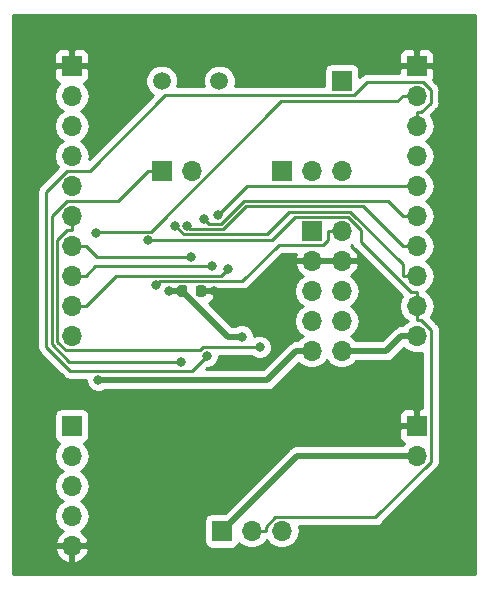
<source format=gbr>
G04 #@! TF.GenerationSoftware,KiCad,Pcbnew,(5.0.1-3-g963ef8bb5)*
G04 #@! TF.CreationDate,2019-11-01T03:39:26+09:00*
G04 #@! TF.ProjectId,DDAC8S,4444414338532E6B696361645F706362,rev?*
G04 #@! TF.SameCoordinates,Original*
G04 #@! TF.FileFunction,Copper,L2,Bot,Signal*
G04 #@! TF.FilePolarity,Positive*
%FSLAX46Y46*%
G04 Gerber Fmt 4.6, Leading zero omitted, Abs format (unit mm)*
G04 Created by KiCad (PCBNEW (5.0.1-3-g963ef8bb5)) date 2019 November 01, Friday 03:39:26*
%MOMM*%
%LPD*%
G01*
G04 APERTURE LIST*
G04 #@! TA.AperFunction,Conductor*
%ADD10C,0.100000*%
G04 #@! TD*
G04 #@! TA.AperFunction,SMDPad,CuDef*
%ADD11C,0.875000*%
G04 #@! TD*
G04 #@! TA.AperFunction,ComponentPad*
%ADD12R,1.700000X1.700000*%
G04 #@! TD*
G04 #@! TA.AperFunction,ComponentPad*
%ADD13O,1.700000X1.700000*%
G04 #@! TD*
G04 #@! TA.AperFunction,ComponentPad*
%ADD14C,1.500000*%
G04 #@! TD*
G04 #@! TA.AperFunction,ViaPad*
%ADD15C,0.800000*%
G04 #@! TD*
G04 #@! TA.AperFunction,Conductor*
%ADD16C,0.500000*%
G04 #@! TD*
G04 #@! TA.AperFunction,Conductor*
%ADD17C,0.250000*%
G04 #@! TD*
G04 #@! TA.AperFunction,Conductor*
%ADD18C,0.254000*%
G04 #@! TD*
G04 APERTURE END LIST*
D10*
G04 #@! TO.N,+3V3*
G04 #@! TO.C,C1*
G36*
X162012691Y-110016053D02*
X162033926Y-110019203D01*
X162054750Y-110024419D01*
X162074962Y-110031651D01*
X162094368Y-110040830D01*
X162112781Y-110051866D01*
X162130024Y-110064654D01*
X162145930Y-110079070D01*
X162160346Y-110094976D01*
X162173134Y-110112219D01*
X162184170Y-110130632D01*
X162193349Y-110150038D01*
X162200581Y-110170250D01*
X162205797Y-110191074D01*
X162208947Y-110212309D01*
X162210000Y-110233750D01*
X162210000Y-110746250D01*
X162208947Y-110767691D01*
X162205797Y-110788926D01*
X162200581Y-110809750D01*
X162193349Y-110829962D01*
X162184170Y-110849368D01*
X162173134Y-110867781D01*
X162160346Y-110885024D01*
X162145930Y-110900930D01*
X162130024Y-110915346D01*
X162112781Y-110928134D01*
X162094368Y-110939170D01*
X162074962Y-110948349D01*
X162054750Y-110955581D01*
X162033926Y-110960797D01*
X162012691Y-110963947D01*
X161991250Y-110965000D01*
X161553750Y-110965000D01*
X161532309Y-110963947D01*
X161511074Y-110960797D01*
X161490250Y-110955581D01*
X161470038Y-110948349D01*
X161450632Y-110939170D01*
X161432219Y-110928134D01*
X161414976Y-110915346D01*
X161399070Y-110900930D01*
X161384654Y-110885024D01*
X161371866Y-110867781D01*
X161360830Y-110849368D01*
X161351651Y-110829962D01*
X161344419Y-110809750D01*
X161339203Y-110788926D01*
X161336053Y-110767691D01*
X161335000Y-110746250D01*
X161335000Y-110233750D01*
X161336053Y-110212309D01*
X161339203Y-110191074D01*
X161344419Y-110170250D01*
X161351651Y-110150038D01*
X161360830Y-110130632D01*
X161371866Y-110112219D01*
X161384654Y-110094976D01*
X161399070Y-110079070D01*
X161414976Y-110064654D01*
X161432219Y-110051866D01*
X161450632Y-110040830D01*
X161470038Y-110031651D01*
X161490250Y-110024419D01*
X161511074Y-110019203D01*
X161532309Y-110016053D01*
X161553750Y-110015000D01*
X161991250Y-110015000D01*
X162012691Y-110016053D01*
X162012691Y-110016053D01*
G37*
D11*
G04 #@! TD*
G04 #@! TO.P,C1,1*
G04 #@! TO.N,+3V3*
X161772500Y-110490000D03*
D10*
G04 #@! TO.N,GND*
G04 #@! TO.C,C1*
G36*
X163587691Y-110016053D02*
X163608926Y-110019203D01*
X163629750Y-110024419D01*
X163649962Y-110031651D01*
X163669368Y-110040830D01*
X163687781Y-110051866D01*
X163705024Y-110064654D01*
X163720930Y-110079070D01*
X163735346Y-110094976D01*
X163748134Y-110112219D01*
X163759170Y-110130632D01*
X163768349Y-110150038D01*
X163775581Y-110170250D01*
X163780797Y-110191074D01*
X163783947Y-110212309D01*
X163785000Y-110233750D01*
X163785000Y-110746250D01*
X163783947Y-110767691D01*
X163780797Y-110788926D01*
X163775581Y-110809750D01*
X163768349Y-110829962D01*
X163759170Y-110849368D01*
X163748134Y-110867781D01*
X163735346Y-110885024D01*
X163720930Y-110900930D01*
X163705024Y-110915346D01*
X163687781Y-110928134D01*
X163669368Y-110939170D01*
X163649962Y-110948349D01*
X163629750Y-110955581D01*
X163608926Y-110960797D01*
X163587691Y-110963947D01*
X163566250Y-110965000D01*
X163128750Y-110965000D01*
X163107309Y-110963947D01*
X163086074Y-110960797D01*
X163065250Y-110955581D01*
X163045038Y-110948349D01*
X163025632Y-110939170D01*
X163007219Y-110928134D01*
X162989976Y-110915346D01*
X162974070Y-110900930D01*
X162959654Y-110885024D01*
X162946866Y-110867781D01*
X162935830Y-110849368D01*
X162926651Y-110829962D01*
X162919419Y-110809750D01*
X162914203Y-110788926D01*
X162911053Y-110767691D01*
X162910000Y-110746250D01*
X162910000Y-110233750D01*
X162911053Y-110212309D01*
X162914203Y-110191074D01*
X162919419Y-110170250D01*
X162926651Y-110150038D01*
X162935830Y-110130632D01*
X162946866Y-110112219D01*
X162959654Y-110094976D01*
X162974070Y-110079070D01*
X162989976Y-110064654D01*
X163007219Y-110051866D01*
X163025632Y-110040830D01*
X163045038Y-110031651D01*
X163065250Y-110024419D01*
X163086074Y-110019203D01*
X163107309Y-110016053D01*
X163128750Y-110015000D01*
X163566250Y-110015000D01*
X163587691Y-110016053D01*
X163587691Y-110016053D01*
G37*
D11*
G04 #@! TD*
G04 #@! TO.P,C1,2*
G04 #@! TO.N,GND*
X163347500Y-110490000D03*
D12*
G04 #@! TO.P,J2,1*
G04 #@! TO.N,/SWDIO*
X172720000Y-105410000D03*
D13*
G04 #@! TO.P,J2,2*
G04 #@! TO.N,/~RST*
X175260000Y-105410000D03*
G04 #@! TO.P,J2,3*
G04 #@! TO.N,GND*
X172720000Y-107950000D03*
G04 #@! TO.P,J2,4*
X175260000Y-107950000D03*
G04 #@! TO.P,J2,5*
G04 #@! TO.N,/SWCLK*
X172720000Y-110490000D03*
G04 #@! TO.P,J2,6*
G04 #@! TO.N,N/C*
X175260000Y-110490000D03*
G04 #@! TO.P,J2,7*
X172720000Y-113030000D03*
G04 #@! TO.P,J2,8*
X175260000Y-113030000D03*
G04 #@! TO.P,J2,9*
G04 #@! TO.N,+5V*
X172720000Y-115570000D03*
G04 #@! TO.P,J2,10*
X175260000Y-115570000D03*
G04 #@! TD*
D12*
G04 #@! TO.P,J3,1*
G04 #@! TO.N,GND*
X152400000Y-91440000D03*
D13*
G04 #@! TO.P,J3,2*
G04 #@! TO.N,/PA0*
X152400000Y-93980000D03*
G04 #@! TO.P,J3,3*
G04 #@! TO.N,/PA1*
X152400000Y-96520000D03*
G04 #@! TO.P,J3,4*
G04 #@! TO.N,/PA2*
X152400000Y-99060000D03*
G04 #@! TO.P,J3,5*
G04 #@! TO.N,/PA3*
X152400000Y-101600000D03*
G04 #@! TO.P,J3,6*
G04 #@! TO.N,/PA9*
X152400000Y-104140000D03*
G04 #@! TO.P,J3,7*
G04 #@! TO.N,/PA10*
X152400000Y-106680000D03*
G04 #@! TO.P,J3,8*
G04 #@! TO.N,/PA11*
X152400000Y-109220000D03*
G04 #@! TO.P,J3,9*
G04 #@! TO.N,/PA12*
X152400000Y-111760000D03*
G04 #@! TO.P,J3,10*
G04 #@! TO.N,+5V*
X152400000Y-114300000D03*
G04 #@! TD*
G04 #@! TO.P,J4,10*
G04 #@! TO.N,+5V*
X181610000Y-114300000D03*
G04 #@! TO.P,J4,9*
G04 #@! TO.N,/PB8*
X181610000Y-111760000D03*
G04 #@! TO.P,J4,8*
G04 #@! TO.N,/PB7*
X181610000Y-109220000D03*
G04 #@! TO.P,J4,7*
G04 #@! TO.N,/PB6*
X181610000Y-106680000D03*
G04 #@! TO.P,J4,6*
G04 #@! TO.N,/PB5*
X181610000Y-104140000D03*
G04 #@! TO.P,J4,5*
G04 #@! TO.N,/PB4*
X181610000Y-101600000D03*
G04 #@! TO.P,J4,4*
G04 #@! TO.N,/PB3*
X181610000Y-99060000D03*
G04 #@! TO.P,J4,3*
G04 #@! TO.N,/PB1*
X181610000Y-96520000D03*
G04 #@! TO.P,J4,2*
G04 #@! TO.N,/PB0*
X181610000Y-93980000D03*
D12*
G04 #@! TO.P,J4,1*
G04 #@! TO.N,GND*
X181610000Y-91440000D03*
G04 #@! TD*
G04 #@! TO.P,J5,1*
G04 #@! TO.N,GND*
X181610000Y-121920000D03*
D13*
G04 #@! TO.P,J5,2*
G04 #@! TO.N,+5V*
X181610000Y-124460000D03*
G04 #@! TD*
D12*
G04 #@! TO.P,J6,1*
G04 #@! TO.N,+5V*
X165100000Y-130810000D03*
D13*
G04 #@! TO.P,J6,2*
G04 #@! TO.N,/PB8*
X167640000Y-130810000D03*
G04 #@! TO.P,J6,3*
G04 #@! TO.N,N/C*
X170180000Y-130810000D03*
G04 #@! TD*
D12*
G04 #@! TO.P,J7,1*
G04 #@! TO.N,/WS*
X152400000Y-121920000D03*
D13*
G04 #@! TO.P,J7,2*
G04 #@! TO.N,/CK*
X152400000Y-124460000D03*
G04 #@! TO.P,J7,3*
G04 #@! TO.N,/MC0*
X152400000Y-127000000D03*
G04 #@! TO.P,J7,4*
G04 #@! TO.N,/SD*
X152400000Y-129540000D03*
G04 #@! TO.P,J7,5*
G04 #@! TO.N,GND*
X152400000Y-132080000D03*
G04 #@! TD*
D12*
G04 #@! TO.P,J8,1*
G04 #@! TO.N,/EXT_CLK*
X175260000Y-92710000D03*
G04 #@! TD*
D13*
G04 #@! TO.P,J9,3*
G04 #@! TO.N,/EXT_CLK*
X175260000Y-100330000D03*
G04 #@! TO.P,J9,2*
G04 #@! TO.N,/PF0*
X172720000Y-100330000D03*
D12*
G04 #@! TO.P,J9,1*
G04 #@! TO.N,/OSC*
X170180000Y-100330000D03*
G04 #@! TD*
D13*
G04 #@! TO.P,J10,2*
G04 #@! TO.N,/PA15*
X162560000Y-100330000D03*
D12*
G04 #@! TO.P,J10,1*
G04 #@! TO.N,/MCK*
X160020000Y-100330000D03*
G04 #@! TD*
D14*
G04 #@! TO.P,Y1,1*
G04 #@! TO.N,/PF1*
X160020000Y-92710000D03*
G04 #@! TO.P,Y1,2*
G04 #@! TO.N,/OSC*
X164900000Y-92710000D03*
G04 #@! TD*
D15*
G04 #@! TO.N,+3V3*
X160655000Y-110490000D03*
X166810000Y-114365000D03*
G04 #@! TO.N,GND*
X164465000Y-110490000D03*
G04 #@! TO.N,+5V*
X154667200Y-118007800D03*
G04 #@! TO.N,/~RST*
X159520000Y-109991000D03*
G04 #@! TO.N,/PA9*
X168327000Y-115244000D03*
G04 #@! TO.N,/PA10*
X162498000Y-107627000D03*
G04 #@! TO.N,/PA11*
X164303000Y-108413000D03*
G04 #@! TO.N,/PA12*
X165602000Y-108662000D03*
G04 #@! TO.N,/PB8*
X158826000Y-106217000D03*
G04 #@! TO.N,/PB7*
X161170000Y-104981000D03*
G04 #@! TO.N,/PB6*
X162186000Y-104962000D03*
G04 #@! TO.N,/PB5*
X163610000Y-104402000D03*
G04 #@! TO.N,/PB4*
X164764000Y-104063000D03*
G04 #@! TO.N,/PB1*
X163841000Y-115958000D03*
G04 #@! TO.N,/PB0*
X154470000Y-105555000D03*
G04 #@! TO.N,/MCK*
X161690000Y-116482000D03*
G04 #@! TD*
D16*
G04 #@! TO.N,+3V3*
X161772300Y-110490200D02*
X165648000Y-114365000D01*
X165648000Y-114365000D02*
X166810000Y-114365000D01*
X160655000Y-110490000D02*
X161772000Y-110490000D01*
X161772000Y-110490000D02*
X161772300Y-110490200D01*
X161772500Y-110490000D02*
X161772300Y-110490200D01*
G04 #@! TO.N,GND*
X163348000Y-110490000D02*
X163347500Y-110490000D01*
X163348000Y-110490000D02*
X164465000Y-110490000D01*
X175260000Y-107950000D02*
X172720000Y-107950000D01*
X172720000Y-107950000D02*
X171420000Y-107950000D01*
X171420000Y-107950000D02*
X168880000Y-110490000D01*
X168880000Y-110490000D02*
X164465000Y-110490000D01*
X152400000Y-132080000D02*
X153700000Y-132080000D01*
X153700000Y-132080000D02*
X163860000Y-121920000D01*
X163860000Y-121920000D02*
X181610000Y-121920000D01*
G04 #@! TO.N,+5V*
X172720000Y-115570000D02*
X171419700Y-115570000D01*
X171419700Y-115570000D02*
X168981900Y-118007800D01*
X168981900Y-118007800D02*
X154667200Y-118007800D01*
X175260000Y-115570000D02*
X179040000Y-115570000D01*
X179040000Y-115570000D02*
X180310000Y-114300000D01*
X165100000Y-130810000D02*
X171450000Y-124460000D01*
X171450000Y-124460000D02*
X181610000Y-124460000D01*
X181610000Y-114300000D02*
X180310000Y-114300000D01*
D17*
G04 #@! TO.N,/~RST*
X175260000Y-105410000D02*
X174085000Y-105410000D01*
X174085000Y-105410000D02*
X174085000Y-106218000D01*
X174085000Y-106218000D02*
X173718000Y-106585000D01*
X173718000Y-106585000D02*
X169915000Y-106585000D01*
X169915000Y-106585000D02*
X166855000Y-109645000D01*
X166855000Y-109645000D02*
X159865000Y-109645000D01*
X159865000Y-109645000D02*
X159520000Y-109991000D01*
G04 #@! TO.N,/PA9*
X152400000Y-104140000D02*
X152400000Y-105315000D01*
X152400000Y-105315000D02*
X152033000Y-105315000D01*
X152033000Y-105315000D02*
X151190000Y-106158000D01*
X151190000Y-106158000D02*
X151190000Y-114788000D01*
X151190000Y-114788000D02*
X151903000Y-115501000D01*
X151903000Y-115501000D02*
X163272000Y-115501000D01*
X163272000Y-115501000D02*
X163541000Y-115232000D01*
X163541000Y-115232000D02*
X168315000Y-115232000D01*
X168315000Y-115232000D02*
X168327000Y-115244000D01*
G04 #@! TO.N,/PA10*
X162498000Y-107627000D02*
X154523000Y-107627000D01*
X154523000Y-107627000D02*
X153575000Y-106680000D01*
X153575000Y-106680000D02*
X152400000Y-106680000D01*
G04 #@! TO.N,/PA11*
X164303000Y-108413000D02*
X154382000Y-108413000D01*
X154382000Y-108413000D02*
X153575000Y-109220000D01*
X153575000Y-109220000D02*
X152400000Y-109220000D01*
G04 #@! TO.N,/PA12*
X152400000Y-111760000D02*
X153575000Y-111760000D01*
X153575000Y-111760000D02*
X156141000Y-109195000D01*
X156141000Y-109195000D02*
X165070000Y-109195000D01*
X165070000Y-109195000D02*
X165602000Y-108662000D01*
G04 #@! TO.N,/PB8*
X167640000Y-130810000D02*
X168815000Y-130810000D01*
X168815000Y-130810000D02*
X168815000Y-130443000D01*
X168815000Y-130443000D02*
X169623000Y-129635000D01*
X169623000Y-129635000D02*
X178105000Y-129635000D01*
X178105000Y-129635000D02*
X182806000Y-124934000D01*
X182806000Y-124934000D02*
X182806000Y-113764000D01*
X182806000Y-113764000D02*
X181977000Y-112935000D01*
X181977000Y-112935000D02*
X181610000Y-112935000D01*
X181610000Y-112935000D02*
X181610000Y-111760000D01*
X181610000Y-111760000D02*
X181610000Y-110585000D01*
X181610000Y-110585000D02*
X181096000Y-110585000D01*
X181096000Y-110585000D02*
X176883000Y-106372000D01*
X176883000Y-106372000D02*
X176883000Y-105301000D01*
X176883000Y-105301000D02*
X175804000Y-104222000D01*
X175804000Y-104222000D02*
X171334000Y-104222000D01*
X171334000Y-104222000D02*
X169340000Y-106217000D01*
X169340000Y-106217000D02*
X158826000Y-106217000D01*
G04 #@! TO.N,/PB7*
X181610000Y-109220000D02*
X180435000Y-109220000D01*
X180435000Y-109220000D02*
X180435000Y-108216000D01*
X180435000Y-108216000D02*
X175991000Y-103772000D01*
X175991000Y-103772000D02*
X170829000Y-103772000D01*
X170829000Y-103772000D02*
X168913000Y-105689000D01*
X168913000Y-105689000D02*
X161877000Y-105689000D01*
X161877000Y-105689000D02*
X161170000Y-104981000D01*
G04 #@! TO.N,/PB6*
X181610000Y-106680000D02*
X180435000Y-106680000D01*
X180435000Y-106680000D02*
X177076000Y-103322000D01*
X177076000Y-103322000D02*
X167168000Y-103322000D01*
X167168000Y-103322000D02*
X165252000Y-105238000D01*
X165252000Y-105238000D02*
X162462000Y-105238000D01*
X162462000Y-105238000D02*
X162186000Y-104962000D01*
G04 #@! TO.N,/PB5*
X181610000Y-104140000D02*
X180435000Y-104140000D01*
X180435000Y-104140000D02*
X179166000Y-102871000D01*
X179166000Y-102871000D02*
X166982000Y-102871000D01*
X166982000Y-102871000D02*
X165065000Y-104788000D01*
X165065000Y-104788000D02*
X163995000Y-104788000D01*
X163995000Y-104788000D02*
X163610000Y-104402000D01*
G04 #@! TO.N,/PB4*
X164764000Y-104063000D02*
X167227000Y-101600000D01*
X167227000Y-101600000D02*
X181610000Y-101600000D01*
G04 #@! TO.N,/PB1*
X163841000Y-115958000D02*
X162552000Y-117246000D01*
X162552000Y-117246000D02*
X152267000Y-117246000D01*
X152267000Y-117246000D02*
X150236000Y-115215000D01*
X150236000Y-115215000D02*
X150236000Y-102077000D01*
X150236000Y-102077000D02*
X151983000Y-100330000D01*
X151983000Y-100330000D02*
X153921000Y-100330000D01*
X153921000Y-100330000D02*
X160327000Y-93923700D01*
X160327000Y-93923700D02*
X176266000Y-93923700D01*
X176266000Y-93923700D02*
X177386000Y-92804600D01*
X177386000Y-92804600D02*
X182121000Y-92804600D01*
X182121000Y-92804600D02*
X182785000Y-93468700D01*
X182785000Y-93468700D02*
X182785000Y-94536800D01*
X182785000Y-94536800D02*
X181977000Y-95344700D01*
X181977000Y-95344700D02*
X181610000Y-95344700D01*
X181610000Y-95344700D02*
X181610000Y-96520000D01*
G04 #@! TO.N,/PB0*
X181610000Y-93980000D02*
X180435000Y-93980000D01*
X180435000Y-93980000D02*
X179984000Y-94430300D01*
X179984000Y-94430300D02*
X170166000Y-94430300D01*
X170166000Y-94430300D02*
X159105000Y-105492000D01*
X159105000Y-105492000D02*
X154534000Y-105492000D01*
X154534000Y-105492000D02*
X154470000Y-105555000D01*
G04 #@! TO.N,/MCK*
X160020000Y-100330000D02*
X158845000Y-100330000D01*
X158845000Y-100330000D02*
X156305000Y-102870000D01*
X156305000Y-102870000D02*
X151983000Y-102870000D01*
X151983000Y-102870000D02*
X150712000Y-104141000D01*
X150712000Y-104141000D02*
X150712000Y-115015000D01*
X150712000Y-115015000D02*
X152178000Y-116482000D01*
X152178000Y-116482000D02*
X161690000Y-116482000D01*
G04 #@! TD*
D18*
G04 #@! TO.N,GND*
G36*
X186563000Y-134493000D02*
X147447000Y-134493000D01*
X147447000Y-132436890D01*
X150958524Y-132436890D01*
X151128355Y-132846924D01*
X151518642Y-133275183D01*
X152043108Y-133521486D01*
X152273000Y-133400819D01*
X152273000Y-132207000D01*
X152527000Y-132207000D01*
X152527000Y-133400819D01*
X152756892Y-133521486D01*
X153281358Y-133275183D01*
X153671645Y-132846924D01*
X153841476Y-132436890D01*
X153720155Y-132207000D01*
X152527000Y-132207000D01*
X152273000Y-132207000D01*
X151079845Y-132207000D01*
X150958524Y-132436890D01*
X147447000Y-132436890D01*
X147447000Y-124460000D01*
X150885908Y-124460000D01*
X151001161Y-125039418D01*
X151329375Y-125530625D01*
X151627761Y-125730000D01*
X151329375Y-125929375D01*
X151001161Y-126420582D01*
X150885908Y-127000000D01*
X151001161Y-127579418D01*
X151329375Y-128070625D01*
X151627761Y-128270000D01*
X151329375Y-128469375D01*
X151001161Y-128960582D01*
X150885908Y-129540000D01*
X151001161Y-130119418D01*
X151329375Y-130610625D01*
X151648478Y-130823843D01*
X151518642Y-130884817D01*
X151128355Y-131313076D01*
X150958524Y-131723110D01*
X151079845Y-131953000D01*
X152273000Y-131953000D01*
X152273000Y-131933000D01*
X152527000Y-131933000D01*
X152527000Y-131953000D01*
X153720155Y-131953000D01*
X153841476Y-131723110D01*
X153671645Y-131313076D01*
X153281358Y-130884817D01*
X153151522Y-130823843D01*
X153470625Y-130610625D01*
X153798839Y-130119418D01*
X153914092Y-129540000D01*
X153798839Y-128960582D01*
X153470625Y-128469375D01*
X153172239Y-128270000D01*
X153470625Y-128070625D01*
X153798839Y-127579418D01*
X153914092Y-127000000D01*
X153798839Y-126420582D01*
X153470625Y-125929375D01*
X153172239Y-125730000D01*
X153470625Y-125530625D01*
X153798839Y-125039418D01*
X153914092Y-124460000D01*
X153798839Y-123880582D01*
X153470625Y-123389375D01*
X153452381Y-123377184D01*
X153497765Y-123368157D01*
X153707809Y-123227809D01*
X153848157Y-123017765D01*
X153897440Y-122770000D01*
X153897440Y-121070000D01*
X153872316Y-120943690D01*
X180125000Y-120943690D01*
X180125000Y-121634250D01*
X180283750Y-121793000D01*
X181483000Y-121793000D01*
X181483000Y-120593750D01*
X181324250Y-120435000D01*
X180633691Y-120435000D01*
X180400302Y-120531673D01*
X180221673Y-120710301D01*
X180125000Y-120943690D01*
X153872316Y-120943690D01*
X153848157Y-120822235D01*
X153707809Y-120612191D01*
X153497765Y-120471843D01*
X153250000Y-120422560D01*
X151550000Y-120422560D01*
X151302235Y-120471843D01*
X151092191Y-120612191D01*
X150951843Y-120822235D01*
X150902560Y-121070000D01*
X150902560Y-122770000D01*
X150951843Y-123017765D01*
X151092191Y-123227809D01*
X151302235Y-123368157D01*
X151347619Y-123377184D01*
X151329375Y-123389375D01*
X151001161Y-123880582D01*
X150885908Y-124460000D01*
X147447000Y-124460000D01*
X147447000Y-102077000D01*
X149461112Y-102077000D01*
X149476001Y-102151852D01*
X149476000Y-115140153D01*
X149461112Y-115215000D01*
X149476000Y-115289847D01*
X149476000Y-115289851D01*
X149520096Y-115511536D01*
X149688071Y-115762929D01*
X149751530Y-115805331D01*
X151676671Y-117730473D01*
X151719071Y-117793929D01*
X151782527Y-117836329D01*
X151970462Y-117961904D01*
X152018605Y-117971480D01*
X152192148Y-118006000D01*
X152192152Y-118006000D01*
X152267000Y-118020888D01*
X152341848Y-118006000D01*
X153632200Y-118006000D01*
X153632200Y-118213674D01*
X153789769Y-118594080D01*
X154080920Y-118885231D01*
X154461326Y-119042800D01*
X154873074Y-119042800D01*
X155235207Y-118892800D01*
X168894739Y-118892800D01*
X168981900Y-118910137D01*
X169069061Y-118892800D01*
X169069065Y-118892800D01*
X169327210Y-118841452D01*
X169619949Y-118645849D01*
X169669325Y-118571953D01*
X171629860Y-116611419D01*
X171649375Y-116640625D01*
X172140582Y-116968839D01*
X172573744Y-117055000D01*
X172866256Y-117055000D01*
X173299418Y-116968839D01*
X173790625Y-116640625D01*
X173990000Y-116342239D01*
X174189375Y-116640625D01*
X174680582Y-116968839D01*
X175113744Y-117055000D01*
X175406256Y-117055000D01*
X175839418Y-116968839D01*
X176330625Y-116640625D01*
X176454656Y-116455000D01*
X178952839Y-116455000D01*
X179040000Y-116472337D01*
X179127161Y-116455000D01*
X179127165Y-116455000D01*
X179385310Y-116403652D01*
X179678049Y-116208049D01*
X179727425Y-116134153D01*
X180519980Y-115341599D01*
X180539375Y-115370625D01*
X181030582Y-115698839D01*
X181463744Y-115785000D01*
X181756256Y-115785000D01*
X182046001Y-115727366D01*
X182046000Y-120435000D01*
X181895750Y-120435000D01*
X181737000Y-120593750D01*
X181737000Y-121793000D01*
X181757000Y-121793000D01*
X181757000Y-122047000D01*
X181737000Y-122047000D01*
X181737000Y-122067000D01*
X181483000Y-122067000D01*
X181483000Y-122047000D01*
X180283750Y-122047000D01*
X180125000Y-122205750D01*
X180125000Y-122896310D01*
X180221673Y-123129699D01*
X180400302Y-123308327D01*
X180561033Y-123374904D01*
X180539375Y-123389375D01*
X180415344Y-123575000D01*
X171537159Y-123575000D01*
X171449999Y-123557663D01*
X171362839Y-123575000D01*
X171362835Y-123575000D01*
X171104690Y-123626348D01*
X171104688Y-123626349D01*
X171104689Y-123626349D01*
X170885845Y-123772576D01*
X170885844Y-123772577D01*
X170811951Y-123821951D01*
X170762577Y-123895844D01*
X165345862Y-129312560D01*
X164250000Y-129312560D01*
X164002235Y-129361843D01*
X163792191Y-129502191D01*
X163651843Y-129712235D01*
X163602560Y-129960000D01*
X163602560Y-131660000D01*
X163651843Y-131907765D01*
X163792191Y-132117809D01*
X164002235Y-132258157D01*
X164250000Y-132307440D01*
X165950000Y-132307440D01*
X166197765Y-132258157D01*
X166407809Y-132117809D01*
X166548157Y-131907765D01*
X166557184Y-131862381D01*
X166569375Y-131880625D01*
X167060582Y-132208839D01*
X167493744Y-132295000D01*
X167786256Y-132295000D01*
X168219418Y-132208839D01*
X168710625Y-131880625D01*
X168910000Y-131582239D01*
X169109375Y-131880625D01*
X169600582Y-132208839D01*
X170033744Y-132295000D01*
X170326256Y-132295000D01*
X170759418Y-132208839D01*
X171250625Y-131880625D01*
X171578839Y-131389418D01*
X171694092Y-130810000D01*
X171611544Y-130395000D01*
X178030153Y-130395000D01*
X178105000Y-130409888D01*
X178179847Y-130395000D01*
X178179852Y-130395000D01*
X178401537Y-130350904D01*
X178652929Y-130182929D01*
X178695331Y-130119470D01*
X183290473Y-125524329D01*
X183353929Y-125481929D01*
X183521904Y-125230537D01*
X183566000Y-125008852D01*
X183566000Y-125008847D01*
X183580888Y-124934000D01*
X183566000Y-124859153D01*
X183566000Y-113838846D01*
X183580888Y-113763999D01*
X183566000Y-113689152D01*
X183566000Y-113689148D01*
X183521904Y-113467463D01*
X183353929Y-113216071D01*
X183290473Y-113173671D01*
X182787491Y-112670689D01*
X183008839Y-112339418D01*
X183124092Y-111760000D01*
X183008839Y-111180582D01*
X182680625Y-110689375D01*
X182382239Y-110490000D01*
X182680625Y-110290625D01*
X183008839Y-109799418D01*
X183124092Y-109220000D01*
X183008839Y-108640582D01*
X182680625Y-108149375D01*
X182382239Y-107950000D01*
X182680625Y-107750625D01*
X183008839Y-107259418D01*
X183124092Y-106680000D01*
X183008839Y-106100582D01*
X182680625Y-105609375D01*
X182382239Y-105410000D01*
X182680625Y-105210625D01*
X183008839Y-104719418D01*
X183124092Y-104140000D01*
X183008839Y-103560582D01*
X182680625Y-103069375D01*
X182382239Y-102870000D01*
X182680625Y-102670625D01*
X183008839Y-102179418D01*
X183124092Y-101600000D01*
X183008839Y-101020582D01*
X182680625Y-100529375D01*
X182382239Y-100330000D01*
X182680625Y-100130625D01*
X183008839Y-99639418D01*
X183124092Y-99060000D01*
X183008839Y-98480582D01*
X182680625Y-97989375D01*
X182382239Y-97790000D01*
X182680625Y-97590625D01*
X183008839Y-97099418D01*
X183124092Y-96520000D01*
X183008839Y-95940582D01*
X182787384Y-95609151D01*
X183269454Y-95127142D01*
X183332929Y-95084729D01*
X183415863Y-94960610D01*
X183500885Y-94833382D01*
X183500890Y-94833358D01*
X183500904Y-94833337D01*
X183532813Y-94672920D01*
X183559888Y-94536848D01*
X183545000Y-94461976D01*
X183545000Y-93543576D01*
X183559888Y-93468758D01*
X183545000Y-93393881D01*
X183545000Y-93393848D01*
X183529050Y-93313662D01*
X183500926Y-93172216D01*
X183500910Y-93172192D01*
X183500904Y-93172163D01*
X183420766Y-93052228D01*
X183375366Y-92984271D01*
X183375343Y-92984248D01*
X183332929Y-92920771D01*
X183269500Y-92878389D01*
X183010781Y-92619632D01*
X183095000Y-92416310D01*
X183095000Y-91725750D01*
X182936250Y-91567000D01*
X181737000Y-91567000D01*
X181737000Y-91587000D01*
X181483000Y-91587000D01*
X181483000Y-91567000D01*
X180283750Y-91567000D01*
X180125000Y-91725750D01*
X180125000Y-92044600D01*
X177461001Y-92044600D01*
X177386311Y-92029712D01*
X177311305Y-92044600D01*
X177311148Y-92044600D01*
X177236871Y-92059375D01*
X177089750Y-92088577D01*
X177089618Y-92088665D01*
X177089463Y-92088696D01*
X176964718Y-92172048D01*
X176901764Y-92214076D01*
X176901653Y-92214187D01*
X176838071Y-92256671D01*
X176795758Y-92319997D01*
X176757440Y-92358284D01*
X176757440Y-91860000D01*
X176708157Y-91612235D01*
X176567809Y-91402191D01*
X176357765Y-91261843D01*
X176110000Y-91212560D01*
X174410000Y-91212560D01*
X174162235Y-91261843D01*
X173952191Y-91402191D01*
X173811843Y-91612235D01*
X173762560Y-91860000D01*
X173762560Y-93163700D01*
X166211185Y-93163700D01*
X166285000Y-92985494D01*
X166285000Y-92434506D01*
X166074147Y-91925460D01*
X165684540Y-91535853D01*
X165175494Y-91325000D01*
X164624506Y-91325000D01*
X164115460Y-91535853D01*
X163725853Y-91925460D01*
X163515000Y-92434506D01*
X163515000Y-92985494D01*
X163588815Y-93163700D01*
X161331185Y-93163700D01*
X161405000Y-92985494D01*
X161405000Y-92434506D01*
X161194147Y-91925460D01*
X160804540Y-91535853D01*
X160295494Y-91325000D01*
X159744506Y-91325000D01*
X159235460Y-91535853D01*
X158845853Y-91925460D01*
X158635000Y-92434506D01*
X158635000Y-92985494D01*
X158845853Y-93494540D01*
X159235460Y-93884147D01*
X159275281Y-93900641D01*
X153863914Y-99312263D01*
X153914092Y-99060000D01*
X153798839Y-98480582D01*
X153470625Y-97989375D01*
X153172239Y-97790000D01*
X153470625Y-97590625D01*
X153798839Y-97099418D01*
X153914092Y-96520000D01*
X153798839Y-95940582D01*
X153470625Y-95449375D01*
X153172239Y-95250000D01*
X153470625Y-95050625D01*
X153798839Y-94559418D01*
X153914092Y-93980000D01*
X153798839Y-93400582D01*
X153470625Y-92909375D01*
X153448967Y-92894904D01*
X153609698Y-92828327D01*
X153788327Y-92649699D01*
X153885000Y-92416310D01*
X153885000Y-91725750D01*
X153726250Y-91567000D01*
X152527000Y-91567000D01*
X152527000Y-91587000D01*
X152273000Y-91587000D01*
X152273000Y-91567000D01*
X151073750Y-91567000D01*
X150915000Y-91725750D01*
X150915000Y-92416310D01*
X151011673Y-92649699D01*
X151190302Y-92828327D01*
X151351033Y-92894904D01*
X151329375Y-92909375D01*
X151001161Y-93400582D01*
X150885908Y-93980000D01*
X151001161Y-94559418D01*
X151329375Y-95050625D01*
X151627761Y-95250000D01*
X151329375Y-95449375D01*
X151001161Y-95940582D01*
X150885908Y-96520000D01*
X151001161Y-97099418D01*
X151329375Y-97590625D01*
X151627761Y-97790000D01*
X151329375Y-97989375D01*
X151001161Y-98480582D01*
X150885908Y-99060000D01*
X151001161Y-99639418D01*
X151240534Y-99997664D01*
X149751528Y-101486671D01*
X149688072Y-101529071D01*
X149645672Y-101592527D01*
X149645671Y-101592528D01*
X149520097Y-101780463D01*
X149461112Y-102077000D01*
X147447000Y-102077000D01*
X147447000Y-90463690D01*
X150915000Y-90463690D01*
X150915000Y-91154250D01*
X151073750Y-91313000D01*
X152273000Y-91313000D01*
X152273000Y-90113750D01*
X152527000Y-90113750D01*
X152527000Y-91313000D01*
X153726250Y-91313000D01*
X153885000Y-91154250D01*
X153885000Y-90463690D01*
X180125000Y-90463690D01*
X180125000Y-91154250D01*
X180283750Y-91313000D01*
X181483000Y-91313000D01*
X181483000Y-90113750D01*
X181737000Y-90113750D01*
X181737000Y-91313000D01*
X182936250Y-91313000D01*
X183095000Y-91154250D01*
X183095000Y-90463690D01*
X182998327Y-90230301D01*
X182819698Y-90051673D01*
X182586309Y-89955000D01*
X181895750Y-89955000D01*
X181737000Y-90113750D01*
X181483000Y-90113750D01*
X181324250Y-89955000D01*
X180633691Y-89955000D01*
X180400302Y-90051673D01*
X180221673Y-90230301D01*
X180125000Y-90463690D01*
X153885000Y-90463690D01*
X153788327Y-90230301D01*
X153609698Y-90051673D01*
X153376309Y-89955000D01*
X152685750Y-89955000D01*
X152527000Y-90113750D01*
X152273000Y-90113750D01*
X152114250Y-89955000D01*
X151423691Y-89955000D01*
X151190302Y-90051673D01*
X151011673Y-90230301D01*
X150915000Y-90463690D01*
X147447000Y-90463690D01*
X147447000Y-87122000D01*
X186563000Y-87122000D01*
X186563000Y-134493000D01*
X186563000Y-134493000D01*
G37*
X186563000Y-134493000D02*
X147447000Y-134493000D01*
X147447000Y-132436890D01*
X150958524Y-132436890D01*
X151128355Y-132846924D01*
X151518642Y-133275183D01*
X152043108Y-133521486D01*
X152273000Y-133400819D01*
X152273000Y-132207000D01*
X152527000Y-132207000D01*
X152527000Y-133400819D01*
X152756892Y-133521486D01*
X153281358Y-133275183D01*
X153671645Y-132846924D01*
X153841476Y-132436890D01*
X153720155Y-132207000D01*
X152527000Y-132207000D01*
X152273000Y-132207000D01*
X151079845Y-132207000D01*
X150958524Y-132436890D01*
X147447000Y-132436890D01*
X147447000Y-124460000D01*
X150885908Y-124460000D01*
X151001161Y-125039418D01*
X151329375Y-125530625D01*
X151627761Y-125730000D01*
X151329375Y-125929375D01*
X151001161Y-126420582D01*
X150885908Y-127000000D01*
X151001161Y-127579418D01*
X151329375Y-128070625D01*
X151627761Y-128270000D01*
X151329375Y-128469375D01*
X151001161Y-128960582D01*
X150885908Y-129540000D01*
X151001161Y-130119418D01*
X151329375Y-130610625D01*
X151648478Y-130823843D01*
X151518642Y-130884817D01*
X151128355Y-131313076D01*
X150958524Y-131723110D01*
X151079845Y-131953000D01*
X152273000Y-131953000D01*
X152273000Y-131933000D01*
X152527000Y-131933000D01*
X152527000Y-131953000D01*
X153720155Y-131953000D01*
X153841476Y-131723110D01*
X153671645Y-131313076D01*
X153281358Y-130884817D01*
X153151522Y-130823843D01*
X153470625Y-130610625D01*
X153798839Y-130119418D01*
X153914092Y-129540000D01*
X153798839Y-128960582D01*
X153470625Y-128469375D01*
X153172239Y-128270000D01*
X153470625Y-128070625D01*
X153798839Y-127579418D01*
X153914092Y-127000000D01*
X153798839Y-126420582D01*
X153470625Y-125929375D01*
X153172239Y-125730000D01*
X153470625Y-125530625D01*
X153798839Y-125039418D01*
X153914092Y-124460000D01*
X153798839Y-123880582D01*
X153470625Y-123389375D01*
X153452381Y-123377184D01*
X153497765Y-123368157D01*
X153707809Y-123227809D01*
X153848157Y-123017765D01*
X153897440Y-122770000D01*
X153897440Y-121070000D01*
X153872316Y-120943690D01*
X180125000Y-120943690D01*
X180125000Y-121634250D01*
X180283750Y-121793000D01*
X181483000Y-121793000D01*
X181483000Y-120593750D01*
X181324250Y-120435000D01*
X180633691Y-120435000D01*
X180400302Y-120531673D01*
X180221673Y-120710301D01*
X180125000Y-120943690D01*
X153872316Y-120943690D01*
X153848157Y-120822235D01*
X153707809Y-120612191D01*
X153497765Y-120471843D01*
X153250000Y-120422560D01*
X151550000Y-120422560D01*
X151302235Y-120471843D01*
X151092191Y-120612191D01*
X150951843Y-120822235D01*
X150902560Y-121070000D01*
X150902560Y-122770000D01*
X150951843Y-123017765D01*
X151092191Y-123227809D01*
X151302235Y-123368157D01*
X151347619Y-123377184D01*
X151329375Y-123389375D01*
X151001161Y-123880582D01*
X150885908Y-124460000D01*
X147447000Y-124460000D01*
X147447000Y-102077000D01*
X149461112Y-102077000D01*
X149476001Y-102151852D01*
X149476000Y-115140153D01*
X149461112Y-115215000D01*
X149476000Y-115289847D01*
X149476000Y-115289851D01*
X149520096Y-115511536D01*
X149688071Y-115762929D01*
X149751530Y-115805331D01*
X151676671Y-117730473D01*
X151719071Y-117793929D01*
X151782527Y-117836329D01*
X151970462Y-117961904D01*
X152018605Y-117971480D01*
X152192148Y-118006000D01*
X152192152Y-118006000D01*
X152267000Y-118020888D01*
X152341848Y-118006000D01*
X153632200Y-118006000D01*
X153632200Y-118213674D01*
X153789769Y-118594080D01*
X154080920Y-118885231D01*
X154461326Y-119042800D01*
X154873074Y-119042800D01*
X155235207Y-118892800D01*
X168894739Y-118892800D01*
X168981900Y-118910137D01*
X169069061Y-118892800D01*
X169069065Y-118892800D01*
X169327210Y-118841452D01*
X169619949Y-118645849D01*
X169669325Y-118571953D01*
X171629860Y-116611419D01*
X171649375Y-116640625D01*
X172140582Y-116968839D01*
X172573744Y-117055000D01*
X172866256Y-117055000D01*
X173299418Y-116968839D01*
X173790625Y-116640625D01*
X173990000Y-116342239D01*
X174189375Y-116640625D01*
X174680582Y-116968839D01*
X175113744Y-117055000D01*
X175406256Y-117055000D01*
X175839418Y-116968839D01*
X176330625Y-116640625D01*
X176454656Y-116455000D01*
X178952839Y-116455000D01*
X179040000Y-116472337D01*
X179127161Y-116455000D01*
X179127165Y-116455000D01*
X179385310Y-116403652D01*
X179678049Y-116208049D01*
X179727425Y-116134153D01*
X180519980Y-115341599D01*
X180539375Y-115370625D01*
X181030582Y-115698839D01*
X181463744Y-115785000D01*
X181756256Y-115785000D01*
X182046001Y-115727366D01*
X182046000Y-120435000D01*
X181895750Y-120435000D01*
X181737000Y-120593750D01*
X181737000Y-121793000D01*
X181757000Y-121793000D01*
X181757000Y-122047000D01*
X181737000Y-122047000D01*
X181737000Y-122067000D01*
X181483000Y-122067000D01*
X181483000Y-122047000D01*
X180283750Y-122047000D01*
X180125000Y-122205750D01*
X180125000Y-122896310D01*
X180221673Y-123129699D01*
X180400302Y-123308327D01*
X180561033Y-123374904D01*
X180539375Y-123389375D01*
X180415344Y-123575000D01*
X171537159Y-123575000D01*
X171449999Y-123557663D01*
X171362839Y-123575000D01*
X171362835Y-123575000D01*
X171104690Y-123626348D01*
X171104688Y-123626349D01*
X171104689Y-123626349D01*
X170885845Y-123772576D01*
X170885844Y-123772577D01*
X170811951Y-123821951D01*
X170762577Y-123895844D01*
X165345862Y-129312560D01*
X164250000Y-129312560D01*
X164002235Y-129361843D01*
X163792191Y-129502191D01*
X163651843Y-129712235D01*
X163602560Y-129960000D01*
X163602560Y-131660000D01*
X163651843Y-131907765D01*
X163792191Y-132117809D01*
X164002235Y-132258157D01*
X164250000Y-132307440D01*
X165950000Y-132307440D01*
X166197765Y-132258157D01*
X166407809Y-132117809D01*
X166548157Y-131907765D01*
X166557184Y-131862381D01*
X166569375Y-131880625D01*
X167060582Y-132208839D01*
X167493744Y-132295000D01*
X167786256Y-132295000D01*
X168219418Y-132208839D01*
X168710625Y-131880625D01*
X168910000Y-131582239D01*
X169109375Y-131880625D01*
X169600582Y-132208839D01*
X170033744Y-132295000D01*
X170326256Y-132295000D01*
X170759418Y-132208839D01*
X171250625Y-131880625D01*
X171578839Y-131389418D01*
X171694092Y-130810000D01*
X171611544Y-130395000D01*
X178030153Y-130395000D01*
X178105000Y-130409888D01*
X178179847Y-130395000D01*
X178179852Y-130395000D01*
X178401537Y-130350904D01*
X178652929Y-130182929D01*
X178695331Y-130119470D01*
X183290473Y-125524329D01*
X183353929Y-125481929D01*
X183521904Y-125230537D01*
X183566000Y-125008852D01*
X183566000Y-125008847D01*
X183580888Y-124934000D01*
X183566000Y-124859153D01*
X183566000Y-113838846D01*
X183580888Y-113763999D01*
X183566000Y-113689152D01*
X183566000Y-113689148D01*
X183521904Y-113467463D01*
X183353929Y-113216071D01*
X183290473Y-113173671D01*
X182787491Y-112670689D01*
X183008839Y-112339418D01*
X183124092Y-111760000D01*
X183008839Y-111180582D01*
X182680625Y-110689375D01*
X182382239Y-110490000D01*
X182680625Y-110290625D01*
X183008839Y-109799418D01*
X183124092Y-109220000D01*
X183008839Y-108640582D01*
X182680625Y-108149375D01*
X182382239Y-107950000D01*
X182680625Y-107750625D01*
X183008839Y-107259418D01*
X183124092Y-106680000D01*
X183008839Y-106100582D01*
X182680625Y-105609375D01*
X182382239Y-105410000D01*
X182680625Y-105210625D01*
X183008839Y-104719418D01*
X183124092Y-104140000D01*
X183008839Y-103560582D01*
X182680625Y-103069375D01*
X182382239Y-102870000D01*
X182680625Y-102670625D01*
X183008839Y-102179418D01*
X183124092Y-101600000D01*
X183008839Y-101020582D01*
X182680625Y-100529375D01*
X182382239Y-100330000D01*
X182680625Y-100130625D01*
X183008839Y-99639418D01*
X183124092Y-99060000D01*
X183008839Y-98480582D01*
X182680625Y-97989375D01*
X182382239Y-97790000D01*
X182680625Y-97590625D01*
X183008839Y-97099418D01*
X183124092Y-96520000D01*
X183008839Y-95940582D01*
X182787384Y-95609151D01*
X183269454Y-95127142D01*
X183332929Y-95084729D01*
X183415863Y-94960610D01*
X183500885Y-94833382D01*
X183500890Y-94833358D01*
X183500904Y-94833337D01*
X183532813Y-94672920D01*
X183559888Y-94536848D01*
X183545000Y-94461976D01*
X183545000Y-93543576D01*
X183559888Y-93468758D01*
X183545000Y-93393881D01*
X183545000Y-93393848D01*
X183529050Y-93313662D01*
X183500926Y-93172216D01*
X183500910Y-93172192D01*
X183500904Y-93172163D01*
X183420766Y-93052228D01*
X183375366Y-92984271D01*
X183375343Y-92984248D01*
X183332929Y-92920771D01*
X183269500Y-92878389D01*
X183010781Y-92619632D01*
X183095000Y-92416310D01*
X183095000Y-91725750D01*
X182936250Y-91567000D01*
X181737000Y-91567000D01*
X181737000Y-91587000D01*
X181483000Y-91587000D01*
X181483000Y-91567000D01*
X180283750Y-91567000D01*
X180125000Y-91725750D01*
X180125000Y-92044600D01*
X177461001Y-92044600D01*
X177386311Y-92029712D01*
X177311305Y-92044600D01*
X177311148Y-92044600D01*
X177236871Y-92059375D01*
X177089750Y-92088577D01*
X177089618Y-92088665D01*
X177089463Y-92088696D01*
X176964718Y-92172048D01*
X176901764Y-92214076D01*
X176901653Y-92214187D01*
X176838071Y-92256671D01*
X176795758Y-92319997D01*
X176757440Y-92358284D01*
X176757440Y-91860000D01*
X176708157Y-91612235D01*
X176567809Y-91402191D01*
X176357765Y-91261843D01*
X176110000Y-91212560D01*
X174410000Y-91212560D01*
X174162235Y-91261843D01*
X173952191Y-91402191D01*
X173811843Y-91612235D01*
X173762560Y-91860000D01*
X173762560Y-93163700D01*
X166211185Y-93163700D01*
X166285000Y-92985494D01*
X166285000Y-92434506D01*
X166074147Y-91925460D01*
X165684540Y-91535853D01*
X165175494Y-91325000D01*
X164624506Y-91325000D01*
X164115460Y-91535853D01*
X163725853Y-91925460D01*
X163515000Y-92434506D01*
X163515000Y-92985494D01*
X163588815Y-93163700D01*
X161331185Y-93163700D01*
X161405000Y-92985494D01*
X161405000Y-92434506D01*
X161194147Y-91925460D01*
X160804540Y-91535853D01*
X160295494Y-91325000D01*
X159744506Y-91325000D01*
X159235460Y-91535853D01*
X158845853Y-91925460D01*
X158635000Y-92434506D01*
X158635000Y-92985494D01*
X158845853Y-93494540D01*
X159235460Y-93884147D01*
X159275281Y-93900641D01*
X153863914Y-99312263D01*
X153914092Y-99060000D01*
X153798839Y-98480582D01*
X153470625Y-97989375D01*
X153172239Y-97790000D01*
X153470625Y-97590625D01*
X153798839Y-97099418D01*
X153914092Y-96520000D01*
X153798839Y-95940582D01*
X153470625Y-95449375D01*
X153172239Y-95250000D01*
X153470625Y-95050625D01*
X153798839Y-94559418D01*
X153914092Y-93980000D01*
X153798839Y-93400582D01*
X153470625Y-92909375D01*
X153448967Y-92894904D01*
X153609698Y-92828327D01*
X153788327Y-92649699D01*
X153885000Y-92416310D01*
X153885000Y-91725750D01*
X153726250Y-91567000D01*
X152527000Y-91567000D01*
X152527000Y-91587000D01*
X152273000Y-91587000D01*
X152273000Y-91567000D01*
X151073750Y-91567000D01*
X150915000Y-91725750D01*
X150915000Y-92416310D01*
X151011673Y-92649699D01*
X151190302Y-92828327D01*
X151351033Y-92894904D01*
X151329375Y-92909375D01*
X151001161Y-93400582D01*
X150885908Y-93980000D01*
X151001161Y-94559418D01*
X151329375Y-95050625D01*
X151627761Y-95250000D01*
X151329375Y-95449375D01*
X151001161Y-95940582D01*
X150885908Y-96520000D01*
X151001161Y-97099418D01*
X151329375Y-97590625D01*
X151627761Y-97790000D01*
X151329375Y-97989375D01*
X151001161Y-98480582D01*
X150885908Y-99060000D01*
X151001161Y-99639418D01*
X151240534Y-99997664D01*
X149751528Y-101486671D01*
X149688072Y-101529071D01*
X149645672Y-101592527D01*
X149645671Y-101592528D01*
X149520097Y-101780463D01*
X149461112Y-102077000D01*
X147447000Y-102077000D01*
X147447000Y-90463690D01*
X150915000Y-90463690D01*
X150915000Y-91154250D01*
X151073750Y-91313000D01*
X152273000Y-91313000D01*
X152273000Y-90113750D01*
X152527000Y-90113750D01*
X152527000Y-91313000D01*
X153726250Y-91313000D01*
X153885000Y-91154250D01*
X153885000Y-90463690D01*
X180125000Y-90463690D01*
X180125000Y-91154250D01*
X180283750Y-91313000D01*
X181483000Y-91313000D01*
X181483000Y-90113750D01*
X181737000Y-90113750D01*
X181737000Y-91313000D01*
X182936250Y-91313000D01*
X183095000Y-91154250D01*
X183095000Y-90463690D01*
X182998327Y-90230301D01*
X182819698Y-90051673D01*
X182586309Y-89955000D01*
X181895750Y-89955000D01*
X181737000Y-90113750D01*
X181483000Y-90113750D01*
X181324250Y-89955000D01*
X180633691Y-89955000D01*
X180400302Y-90051673D01*
X180221673Y-90230301D01*
X180125000Y-90463690D01*
X153885000Y-90463690D01*
X153788327Y-90230301D01*
X153609698Y-90051673D01*
X153376309Y-89955000D01*
X152685750Y-89955000D01*
X152527000Y-90113750D01*
X152273000Y-90113750D01*
X152114250Y-89955000D01*
X151423691Y-89955000D01*
X151190302Y-90051673D01*
X151011673Y-90230301D01*
X150915000Y-90463690D01*
X147447000Y-90463690D01*
X147447000Y-87122000D01*
X186563000Y-87122000D01*
X186563000Y-134493000D01*
G36*
X176167096Y-106668536D02*
X176335071Y-106919929D01*
X176398530Y-106962331D01*
X180373629Y-110937431D01*
X180211161Y-111180582D01*
X180095908Y-111760000D01*
X180211161Y-112339418D01*
X180539375Y-112830625D01*
X180837761Y-113030000D01*
X180539375Y-113229375D01*
X180415344Y-113415000D01*
X180397159Y-113415000D01*
X180309999Y-113397663D01*
X180222839Y-113415000D01*
X180222835Y-113415000D01*
X179964690Y-113466348D01*
X179939875Y-113482929D01*
X179745845Y-113612576D01*
X179745844Y-113612577D01*
X179671951Y-113661951D01*
X179622577Y-113735844D01*
X178673422Y-114685000D01*
X176454656Y-114685000D01*
X176330625Y-114499375D01*
X176032239Y-114300000D01*
X176330625Y-114100625D01*
X176658839Y-113609418D01*
X176774092Y-113030000D01*
X176658839Y-112450582D01*
X176330625Y-111959375D01*
X176032239Y-111760000D01*
X176330625Y-111560625D01*
X176658839Y-111069418D01*
X176774092Y-110490000D01*
X176658839Y-109910582D01*
X176330625Y-109419375D01*
X176011522Y-109206157D01*
X176141358Y-109145183D01*
X176531645Y-108716924D01*
X176701476Y-108306890D01*
X176580155Y-108077000D01*
X175387000Y-108077000D01*
X175387000Y-108097000D01*
X175133000Y-108097000D01*
X175133000Y-108077000D01*
X172847000Y-108077000D01*
X172847000Y-108097000D01*
X172593000Y-108097000D01*
X172593000Y-108077000D01*
X171399845Y-108077000D01*
X171278524Y-108306890D01*
X171448355Y-108716924D01*
X171838642Y-109145183D01*
X171968478Y-109206157D01*
X171649375Y-109419375D01*
X171321161Y-109910582D01*
X171205908Y-110490000D01*
X171321161Y-111069418D01*
X171649375Y-111560625D01*
X171947761Y-111760000D01*
X171649375Y-111959375D01*
X171321161Y-112450582D01*
X171205908Y-113030000D01*
X171321161Y-113609418D01*
X171649375Y-114100625D01*
X171947761Y-114300000D01*
X171649375Y-114499375D01*
X171525344Y-114685000D01*
X171506861Y-114685000D01*
X171419700Y-114667663D01*
X171332539Y-114685000D01*
X171332535Y-114685000D01*
X171074390Y-114736348D01*
X170855545Y-114882576D01*
X170855544Y-114882577D01*
X170781651Y-114931951D01*
X170732277Y-115005844D01*
X168615322Y-117122800D01*
X163750515Y-117122800D01*
X163880416Y-116993000D01*
X164046874Y-116993000D01*
X164427280Y-116835431D01*
X164718431Y-116544280D01*
X164876000Y-116163874D01*
X164876000Y-115992000D01*
X167611289Y-115992000D01*
X167740720Y-116121431D01*
X168121126Y-116279000D01*
X168532874Y-116279000D01*
X168913280Y-116121431D01*
X169204431Y-115830280D01*
X169362000Y-115449874D01*
X169362000Y-115038126D01*
X169204431Y-114657720D01*
X168913280Y-114366569D01*
X168532874Y-114209000D01*
X168121126Y-114209000D01*
X167845000Y-114323375D01*
X167845000Y-114159126D01*
X167687431Y-113778720D01*
X167396280Y-113487569D01*
X167015874Y-113330000D01*
X166604126Y-113330000D01*
X166241993Y-113480000D01*
X166014518Y-113480000D01*
X164068822Y-111534756D01*
X164144698Y-111503327D01*
X164323327Y-111324699D01*
X164420000Y-111091310D01*
X164420000Y-110775750D01*
X164261250Y-110617000D01*
X163474500Y-110617000D01*
X163474500Y-110637000D01*
X163220500Y-110637000D01*
X163220500Y-110617000D01*
X163200500Y-110617000D01*
X163200500Y-110405000D01*
X166780153Y-110405000D01*
X166855000Y-110419888D01*
X166929847Y-110405000D01*
X166929852Y-110405000D01*
X167151537Y-110360904D01*
X167402929Y-110192929D01*
X167445331Y-110129470D01*
X170229802Y-107345000D01*
X171381288Y-107345000D01*
X171278524Y-107593110D01*
X171399845Y-107823000D01*
X172593000Y-107823000D01*
X172593000Y-107803000D01*
X172847000Y-107803000D01*
X172847000Y-107823000D01*
X175133000Y-107823000D01*
X175133000Y-107803000D01*
X175387000Y-107803000D01*
X175387000Y-107823000D01*
X176580155Y-107823000D01*
X176701476Y-107593110D01*
X176531645Y-107183076D01*
X176141358Y-106754817D01*
X176011522Y-106693843D01*
X176153288Y-106599118D01*
X176167096Y-106668536D01*
X176167096Y-106668536D01*
G37*
X176167096Y-106668536D02*
X176335071Y-106919929D01*
X176398530Y-106962331D01*
X180373629Y-110937431D01*
X180211161Y-111180582D01*
X180095908Y-111760000D01*
X180211161Y-112339418D01*
X180539375Y-112830625D01*
X180837761Y-113030000D01*
X180539375Y-113229375D01*
X180415344Y-113415000D01*
X180397159Y-113415000D01*
X180309999Y-113397663D01*
X180222839Y-113415000D01*
X180222835Y-113415000D01*
X179964690Y-113466348D01*
X179939875Y-113482929D01*
X179745845Y-113612576D01*
X179745844Y-113612577D01*
X179671951Y-113661951D01*
X179622577Y-113735844D01*
X178673422Y-114685000D01*
X176454656Y-114685000D01*
X176330625Y-114499375D01*
X176032239Y-114300000D01*
X176330625Y-114100625D01*
X176658839Y-113609418D01*
X176774092Y-113030000D01*
X176658839Y-112450582D01*
X176330625Y-111959375D01*
X176032239Y-111760000D01*
X176330625Y-111560625D01*
X176658839Y-111069418D01*
X176774092Y-110490000D01*
X176658839Y-109910582D01*
X176330625Y-109419375D01*
X176011522Y-109206157D01*
X176141358Y-109145183D01*
X176531645Y-108716924D01*
X176701476Y-108306890D01*
X176580155Y-108077000D01*
X175387000Y-108077000D01*
X175387000Y-108097000D01*
X175133000Y-108097000D01*
X175133000Y-108077000D01*
X172847000Y-108077000D01*
X172847000Y-108097000D01*
X172593000Y-108097000D01*
X172593000Y-108077000D01*
X171399845Y-108077000D01*
X171278524Y-108306890D01*
X171448355Y-108716924D01*
X171838642Y-109145183D01*
X171968478Y-109206157D01*
X171649375Y-109419375D01*
X171321161Y-109910582D01*
X171205908Y-110490000D01*
X171321161Y-111069418D01*
X171649375Y-111560625D01*
X171947761Y-111760000D01*
X171649375Y-111959375D01*
X171321161Y-112450582D01*
X171205908Y-113030000D01*
X171321161Y-113609418D01*
X171649375Y-114100625D01*
X171947761Y-114300000D01*
X171649375Y-114499375D01*
X171525344Y-114685000D01*
X171506861Y-114685000D01*
X171419700Y-114667663D01*
X171332539Y-114685000D01*
X171332535Y-114685000D01*
X171074390Y-114736348D01*
X170855545Y-114882576D01*
X170855544Y-114882577D01*
X170781651Y-114931951D01*
X170732277Y-115005844D01*
X168615322Y-117122800D01*
X163750515Y-117122800D01*
X163880416Y-116993000D01*
X164046874Y-116993000D01*
X164427280Y-116835431D01*
X164718431Y-116544280D01*
X164876000Y-116163874D01*
X164876000Y-115992000D01*
X167611289Y-115992000D01*
X167740720Y-116121431D01*
X168121126Y-116279000D01*
X168532874Y-116279000D01*
X168913280Y-116121431D01*
X169204431Y-115830280D01*
X169362000Y-115449874D01*
X169362000Y-115038126D01*
X169204431Y-114657720D01*
X168913280Y-114366569D01*
X168532874Y-114209000D01*
X168121126Y-114209000D01*
X167845000Y-114323375D01*
X167845000Y-114159126D01*
X167687431Y-113778720D01*
X167396280Y-113487569D01*
X167015874Y-113330000D01*
X166604126Y-113330000D01*
X166241993Y-113480000D01*
X166014518Y-113480000D01*
X164068822Y-111534756D01*
X164144698Y-111503327D01*
X164323327Y-111324699D01*
X164420000Y-111091310D01*
X164420000Y-110775750D01*
X164261250Y-110617000D01*
X163474500Y-110617000D01*
X163474500Y-110637000D01*
X163220500Y-110637000D01*
X163220500Y-110617000D01*
X163200500Y-110617000D01*
X163200500Y-110405000D01*
X166780153Y-110405000D01*
X166855000Y-110419888D01*
X166929847Y-110405000D01*
X166929852Y-110405000D01*
X167151537Y-110360904D01*
X167402929Y-110192929D01*
X167445331Y-110129470D01*
X170229802Y-107345000D01*
X171381288Y-107345000D01*
X171278524Y-107593110D01*
X171399845Y-107823000D01*
X172593000Y-107823000D01*
X172593000Y-107803000D01*
X172847000Y-107803000D01*
X172847000Y-107823000D01*
X175133000Y-107823000D01*
X175133000Y-107803000D01*
X175387000Y-107803000D01*
X175387000Y-107823000D01*
X176580155Y-107823000D01*
X176701476Y-107593110D01*
X176531645Y-107183076D01*
X176141358Y-106754817D01*
X176011522Y-106693843D01*
X176153288Y-106599118D01*
X176167096Y-106668536D01*
G04 #@! TD*
M02*

</source>
